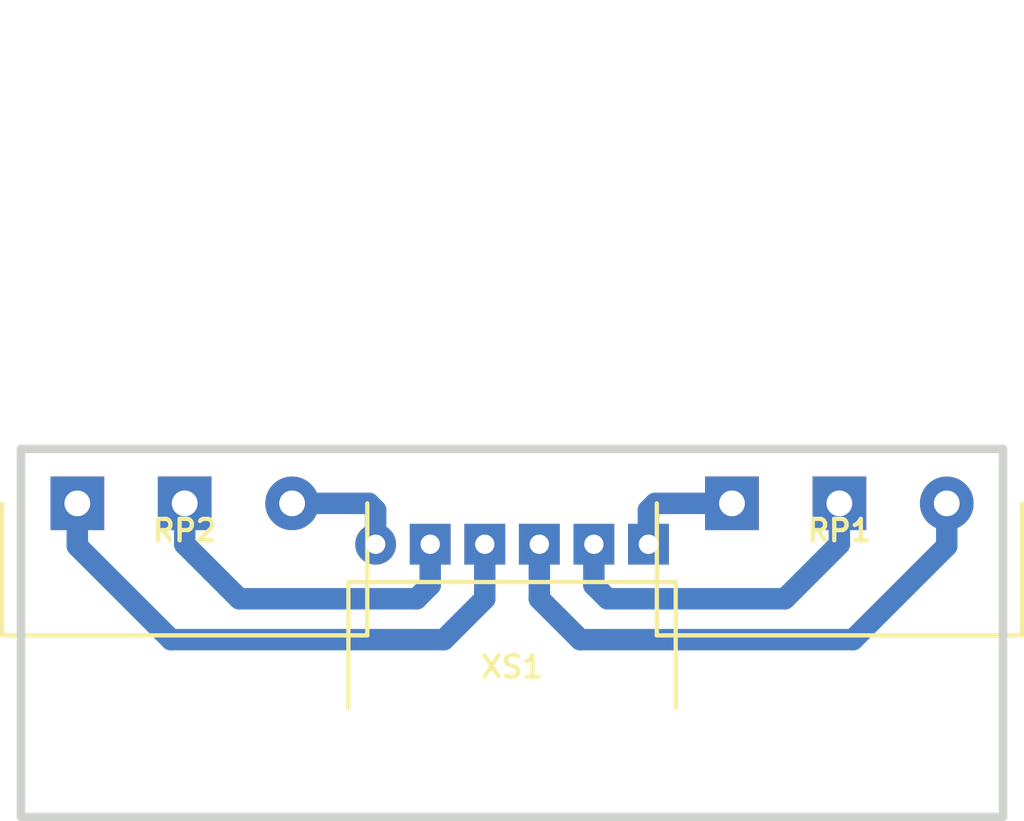
<source format=kicad_pcb>
(kicad_pcb (version 20171130) (host pcbnew 5.1.12-84ad8e8a86~92~ubuntu20.04.1)

  (general
    (thickness 1.6)
    (drawings 4)
    (tracks 26)
    (zones 0)
    (modules 3)
    (nets 7)
  )

  (page A4 portrait)
  (title_block
    (title ТКП-1.26.B-1)
    (date 2023-12-10)
    (rev 1B)
    (company "Тремоло Саши Огородникова Potentiometer Board [REV1B]")
    (comment 1 http://github.com/Adept666)
    (comment 2 "Igor Ivanov (Игорь Иванов)")
    (comment 3 -ТТКРЧПДЛ-)
    (comment 4 "This project is licensed under GNU General Public License v3.0 or later")
  )

  (layers
    (0 F.Cu jumper)
    (31 B.Cu signal)
    (38 B.Mask user)
    (44 Edge.Cuts user)
    (45 Margin user)
    (46 B.CrtYd user)
    (47 F.CrtYd user)
    (49 F.Fab user)
  )

  (setup
    (last_trace_width 1)
    (user_trace_width 0.6)
    (trace_clearance 0)
    (zone_clearance 0.6)
    (zone_45_only no)
    (trace_min 0.2)
    (via_size 2)
    (via_drill 1)
    (via_min_size 0.4)
    (via_min_drill 0.3)
    (uvia_size 0.3)
    (uvia_drill 0.1)
    (uvias_allowed no)
    (uvia_min_size 0)
    (uvia_min_drill 0)
    (edge_width 0.4)
    (segment_width 0.2)
    (pcb_text_width 0.3)
    (pcb_text_size 1.5 1.5)
    (mod_edge_width 0.15)
    (mod_text_size 1 1)
    (mod_text_width 0.15)
    (pad_size 1.6 1.8)
    (pad_drill 0)
    (pad_to_mask_clearance 0.2)
    (solder_mask_min_width 0.1)
    (aux_axis_origin 0 0)
    (visible_elements 7FFFFFFF)
    (pcbplotparams
      (layerselection 0x20000_7ffffffe)
      (usegerberextensions false)
      (usegerberattributes false)
      (usegerberadvancedattributes false)
      (creategerberjobfile false)
      (excludeedgelayer false)
      (linewidth 0.100000)
      (plotframeref true)
      (viasonmask false)
      (mode 1)
      (useauxorigin false)
      (hpglpennumber 1)
      (hpglpenspeed 20)
      (hpglpendiameter 15.000000)
      (psnegative false)
      (psa4output false)
      (plotreference false)
      (plotvalue true)
      (plotinvisibletext false)
      (padsonsilk true)
      (subtractmaskfromsilk false)
      (outputformat 4)
      (mirror false)
      (drillshape 0)
      (scaleselection 1)
      (outputdirectory ""))
  )

  (net 0 "")
  (net 1 "Net-(RP1-Pad3)")
  (net 2 "Net-(RP1-Pad1)")
  (net 3 "Net-(RP1-Pad2)")
  (net 4 "Net-(RP2-Pad3)")
  (net 5 "Net-(RP2-Pad1)")
  (net 6 "Net-(RP2-Pad2)")

  (net_class Default "This is the default net class."
    (clearance 0)
    (trace_width 1)
    (via_dia 2)
    (via_drill 1)
    (uvia_dia 0.3)
    (uvia_drill 0.1)
    (add_net "Net-(RP1-Pad1)")
    (add_net "Net-(RP1-Pad2)")
    (add_net "Net-(RP1-Pad3)")
    (add_net "Net-(RP2-Pad1)")
    (add_net "Net-(RP2-Pad2)")
    (add_net "Net-(RP2-Pad3)")
  )

  (module KCL-TH-SL:RP-PDB181-K-20-P (layer F.Cu) (tedit 60030E39) (tstamp 608AEE6A)
    (at 120.65 142.875 180)
    (path /60859B26)
    (fp_text reference RP1 (at 0 -1.27 180) (layer F.SilkS)
      (effects (font (size 1 1) (thickness 0.2)))
    )
    (fp_text value "RP1: A100K" (at 0 -1.27 180) (layer F.Fab)
      (effects (font (size 1 1) (thickness 0.2)))
    )
    (fp_line (start -8.5 -6.15) (end 8.5 -6.15) (layer F.Fab) (width 0.2))
    (fp_line (start -8.5 3.35) (end 8.5 3.35) (layer F.Fab) (width 0.2))
    (fp_line (start -3 23.35) (end 3 23.35) (layer F.Fab) (width 0.2))
    (fp_line (start -8.5 -6.15) (end -8.5 3.35) (layer F.Fab) (width 0.2))
    (fp_line (start 8.5 -6.15) (end 8.5 3.35) (layer F.Fab) (width 0.2))
    (fp_line (start -3.5 3.35) (end -3.5 9.85) (layer F.Fab) (width 0.2))
    (fp_line (start 3.5 3.35) (end 3.5 9.85) (layer F.Fab) (width 0.2))
    (fp_line (start -3 9.85) (end -3 23.35) (layer F.Fab) (width 0.2))
    (fp_line (start 3 9.85) (end 3 23.35) (layer F.Fab) (width 0.2))
    (fp_line (start -3.5 9.85) (end 3.5 9.85) (layer F.Fab) (width 0.2))
    (fp_line (start -8.5 -6.15) (end 8.5 -6.15) (layer F.SilkS) (width 0.2))
    (fp_line (start -8.5 -6.15) (end -8.5 0) (layer F.SilkS) (width 0.2))
    (fp_line (start 8.5 -6.15) (end 8.5 0) (layer F.SilkS) (width 0.2))
    (fp_line (start -8.5 -6.15) (end 8.5 -6.15) (layer F.CrtYd) (width 0.1))
    (fp_line (start -8.5 23.35) (end 8.5 23.35) (layer F.CrtYd) (width 0.1))
    (fp_line (start -8.5 -6.15) (end -8.5 23.35) (layer F.CrtYd) (width 0.1))
    (fp_line (start 8.5 -6.15) (end 8.5 23.35) (layer F.CrtYd) (width 0.1))
    (fp_line (start -8.5 5.35) (end -7.366 5.35) (layer F.Fab) (width 0.2))
    (fp_line (start -8.5 3.35) (end -8.5 5.35) (layer F.Fab) (width 0.2))
    (fp_line (start -7.3 3.35) (end -7.3 5.35) (layer F.Fab) (width 0.2))
    (pad 3 thru_hole rect (at 5 0 180) (size 2.5 2.5) (drill 1.2) (layers B.Cu B.Mask)
      (net 1 "Net-(RP1-Pad3)"))
    (pad 1 thru_hole circle (at -5 0 180) (size 2.5 2.5) (drill 1.2) (layers B.Cu B.Mask)
      (net 2 "Net-(RP1-Pad1)"))
    (pad 2 thru_hole rect (at 0 0 180) (size 2.5 2.5) (drill 1.2) (layers B.Cu B.Mask)
      (net 3 "Net-(RP1-Pad2)"))
  )

  (module KCL-TH-SL:RP-PDB181-K-20-P (layer F.Cu) (tedit 60030E39) (tstamp 5FE6D9E5)
    (at 90.17 142.875 180)
    (path /5FE7A122)
    (fp_text reference RP2 (at 0 -1.27 180) (layer F.SilkS)
      (effects (font (size 1 1) (thickness 0.2)))
    )
    (fp_text value "RP2: A100K" (at 0 -1.27 180) (layer F.Fab)
      (effects (font (size 1 1) (thickness 0.2)))
    )
    (fp_line (start -8.5 -6.15) (end 8.5 -6.15) (layer F.Fab) (width 0.2))
    (fp_line (start -8.5 3.35) (end 8.5 3.35) (layer F.Fab) (width 0.2))
    (fp_line (start -3 23.35) (end 3 23.35) (layer F.Fab) (width 0.2))
    (fp_line (start -8.5 -6.15) (end -8.5 3.35) (layer F.Fab) (width 0.2))
    (fp_line (start 8.5 -6.15) (end 8.5 3.35) (layer F.Fab) (width 0.2))
    (fp_line (start -3.5 3.35) (end -3.5 9.85) (layer F.Fab) (width 0.2))
    (fp_line (start 3.5 3.35) (end 3.5 9.85) (layer F.Fab) (width 0.2))
    (fp_line (start -3 9.85) (end -3 23.35) (layer F.Fab) (width 0.2))
    (fp_line (start 3 9.85) (end 3 23.35) (layer F.Fab) (width 0.2))
    (fp_line (start -3.5 9.85) (end 3.5 9.85) (layer F.Fab) (width 0.2))
    (fp_line (start -8.5 -6.15) (end 8.5 -6.15) (layer F.SilkS) (width 0.2))
    (fp_line (start -8.5 -6.15) (end -8.5 0) (layer F.SilkS) (width 0.2))
    (fp_line (start 8.5 -6.15) (end 8.5 0) (layer F.SilkS) (width 0.2))
    (fp_line (start -8.5 -6.15) (end 8.5 -6.15) (layer F.CrtYd) (width 0.1))
    (fp_line (start -8.5 23.35) (end 8.5 23.35) (layer F.CrtYd) (width 0.1))
    (fp_line (start -8.5 -6.15) (end -8.5 23.35) (layer F.CrtYd) (width 0.1))
    (fp_line (start 8.5 -6.15) (end 8.5 23.35) (layer F.CrtYd) (width 0.1))
    (fp_line (start -8.5 5.35) (end -7.366 5.35) (layer F.Fab) (width 0.2))
    (fp_line (start -8.5 3.35) (end -8.5 5.35) (layer F.Fab) (width 0.2))
    (fp_line (start -7.3 3.35) (end -7.3 5.35) (layer F.Fab) (width 0.2))
    (pad 3 thru_hole rect (at 5 0 180) (size 2.5 2.5) (drill 1.2) (layers B.Cu B.Mask)
      (net 4 "Net-(RP2-Pad3)"))
    (pad 1 thru_hole circle (at -5 0 180) (size 2.5 2.5) (drill 1.2) (layers B.Cu B.Mask)
      (net 5 "Net-(RP2-Pad1)"))
    (pad 2 thru_hole rect (at 0 0 180) (size 2.5 2.5) (drill 1.2) (layers B.Cu B.Mask)
      (net 6 "Net-(RP2-Pad2)"))
  )

  (module KCL-TH-SL:CON-PBS-06R (layer F.Cu) (tedit 6242BD01) (tstamp 61D02E61)
    (at 105.41 144.78)
    (path /60033671)
    (fp_text reference XS1 (at 0 5.715) (layer F.SilkS)
      (effects (font (size 1 1) (thickness 0.2)))
    )
    (fp_text value PBS-06R (at 0 5.715) (layer F.Fab)
      (effects (font (size 1 1) (thickness 0.2)))
    )
    (fp_line (start 7.62 -0.45) (end 7.62 10.16) (layer F.CrtYd) (width 0.1))
    (fp_line (start -7.62 -0.45) (end -7.62 10.16) (layer F.CrtYd) (width 0.1))
    (fp_line (start -7.62 10.16) (end 7.62 10.16) (layer F.CrtYd) (width 0.1))
    (fp_line (start -7.62 -0.45) (end 7.62 -0.45) (layer F.CrtYd) (width 0.1))
    (fp_line (start 7.62 1.76) (end 7.62 7.62) (layer F.SilkS) (width 0.2))
    (fp_line (start -7.62 1.76) (end -7.62 7.62) (layer F.SilkS) (width 0.2))
    (fp_line (start -7.62 1.76) (end 7.62 1.76) (layer F.SilkS) (width 0.2))
    (fp_line (start -7.62 1.76) (end 7.62 1.76) (layer F.Fab) (width 0.2))
    (fp_line (start -7.62 10.16) (end 7.62 10.16) (layer F.Fab) (width 0.2))
    (fp_line (start -7.62 1.76) (end -7.62 10.16) (layer F.Fab) (width 0.2))
    (fp_line (start 7.62 1.76) (end 7.62 10.16) (layer F.Fab) (width 0.2))
    (pad 6 thru_hole rect (at 6.35 0) (size 1.9 1.9) (drill 0.9) (layers B.Cu B.Mask)
      (net 1 "Net-(RP1-Pad3)"))
    (pad 5 thru_hole rect (at 3.81 0) (size 1.9 1.9) (drill 0.9) (layers B.Cu B.Mask)
      (net 3 "Net-(RP1-Pad2)"))
    (pad 4 thru_hole rect (at 1.27 0) (size 1.9 1.9) (drill 0.9) (layers B.Cu B.Mask)
      (net 2 "Net-(RP1-Pad1)"))
    (pad 1 thru_hole circle (at -6.35 0) (size 1.9 1.9) (drill 0.9) (layers B.Cu B.Mask)
      (net 5 "Net-(RP2-Pad1)"))
    (pad 2 thru_hole rect (at -3.81 0) (size 1.9 1.9) (drill 0.9) (layers B.Cu B.Mask)
      (net 6 "Net-(RP2-Pad2)"))
    (pad 3 thru_hole rect (at -1.27 0) (size 1.9 1.9) (drill 0.9) (layers B.Cu B.Mask)
      (net 4 "Net-(RP2-Pad3)"))
  )

  (gr_line (start 128.27 140.335) (end 128.27 157.48) (layer Edge.Cuts) (width 0.4) (tstamp 5FE6F872))
  (gr_line (start 82.55 140.335) (end 82.55 157.48) (layer Edge.Cuts) (width 0.4) (tstamp 5FE6F872))
  (gr_line (start 82.55 157.48) (end 128.27 157.48) (layer Edge.Cuts) (width 0.4) (tstamp 5FE6FAB1))
  (gr_line (start 82.55 140.335) (end 128.27 140.335) (layer Edge.Cuts) (width 0.4) (tstamp 5FE6F86E))

  (segment (start 111.76 143.1925) (end 111.76 144.78) (width 1) (layer B.Cu) (net 1))
  (segment (start 115.65 142.875) (end 112.0775 142.875) (width 1) (layer B.Cu) (net 1))
  (segment (start 111.76 143.1925) (end 112.0775 142.875) (width 1) (layer B.Cu) (net 1))
  (segment (start 106.68 147.32) (end 106.68 144.78) (width 1) (layer B.Cu) (net 2) (tstamp 61D0341A))
  (segment (start 125.65 142.875) (end 125.65 144.86) (width 1) (layer B.Cu) (net 2) (tstamp 61D033B2))
  (segment (start 108.585 149.225) (end 106.68 147.32) (width 1) (layer B.Cu) (net 2) (tstamp 61D033B4))
  (segment (start 125.65 144.86) (end 121.285 149.225) (width 1) (layer B.Cu) (net 2) (tstamp 61D033B9))
  (segment (start 121.285 149.225) (end 108.585 149.225) (width 1) (layer B.Cu) (net 2))
  (segment (start 109.22 146.685) (end 109.22 144.78) (width 1) (layer B.Cu) (net 3) (tstamp 61D03416))
  (segment (start 120.65 142.875) (end 120.65 144.78) (width 1) (layer B.Cu) (net 3) (tstamp 61D033B5))
  (segment (start 120.65 144.78) (end 118.11 147.32) (width 1) (layer B.Cu) (net 3) (tstamp 61D033B6))
  (segment (start 109.855 147.32) (end 109.22 146.685) (width 1) (layer B.Cu) (net 3) (tstamp 61D033B8))
  (segment (start 118.11 147.32) (end 109.855 147.32) (width 1) (layer B.Cu) (net 3))
  (segment (start 104.14 147.32) (end 104.14 144.78) (width 1) (layer B.Cu) (net 4) (tstamp 61D03408))
  (segment (start 102.235 149.225) (end 104.14 147.32) (width 1) (layer B.Cu) (net 4) (tstamp 61D03409))
  (segment (start 89.535 149.225) (end 102.235 149.225) (width 1) (layer B.Cu) (net 4))
  (segment (start 85.17 144.86) (end 89.535 149.225) (width 1) (layer B.Cu) (net 4))
  (segment (start 85.17 142.875) (end 85.17 144.86) (width 1) (layer B.Cu) (net 4))
  (segment (start 99.06 143.1925) (end 99.06 144.78) (width 1) (layer B.Cu) (net 5))
  (segment (start 95.17 142.875) (end 98.7425 142.875) (width 1) (layer B.Cu) (net 5))
  (segment (start 98.7425 142.875) (end 99.06 143.1925) (width 1) (layer B.Cu) (net 5))
  (segment (start 101.6 146.685) (end 101.6 144.78) (width 1) (layer B.Cu) (net 6) (tstamp 61D0340A))
  (segment (start 100.965 147.32) (end 101.6 146.685) (width 1) (layer B.Cu) (net 6) (tstamp 61D0340B))
  (segment (start 92.71 147.32) (end 100.965 147.32) (width 1) (layer B.Cu) (net 6))
  (segment (start 90.17 144.78) (end 92.71 147.32) (width 1) (layer B.Cu) (net 6))
  (segment (start 90.17 142.875) (end 90.17 144.78) (width 1) (layer B.Cu) (net 6))

)

</source>
